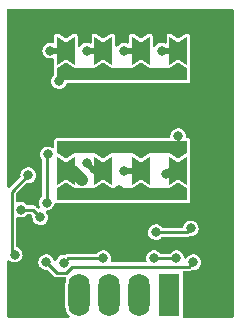
<source format=gbr>
%TF.GenerationSoftware,KiCad,Pcbnew,6.0.5-a6ca702e91~116~ubuntu20.04.1*%
%TF.CreationDate,2022-06-07T16:18:29-07:00*%
%TF.ProjectId,esp8266-dongle,65737038-3236-4362-9d64-6f6e676c652e,rev?*%
%TF.SameCoordinates,Original*%
%TF.FileFunction,Copper,L2,Bot*%
%TF.FilePolarity,Positive*%
%FSLAX46Y46*%
G04 Gerber Fmt 4.6, Leading zero omitted, Abs format (unit mm)*
G04 Created by KiCad (PCBNEW 6.0.5-a6ca702e91~116~ubuntu20.04.1) date 2022-06-07 16:18:29*
%MOMM*%
%LPD*%
G01*
G04 APERTURE LIST*
G04 Aperture macros list*
%AMFreePoly0*
4,1,6,1.000000,0.000000,0.500000,-0.750000,-0.500000,-0.750000,-0.500000,0.750000,0.500000,0.750000,1.000000,0.000000,1.000000,0.000000,$1*%
%AMFreePoly1*
4,1,7,0.700000,0.000000,1.200000,-0.750000,-1.200000,-0.750000,-0.700000,0.000000,-1.200000,0.750000,1.200000,0.750000,0.700000,0.000000,0.700000,0.000000,$1*%
G04 Aperture macros list end*
%TA.AperFunction,ComponentPad*%
%ADD10R,1.800000X3.600000*%
%TD*%
%TA.AperFunction,ComponentPad*%
%ADD11O,1.800000X3.600000*%
%TD*%
%TA.AperFunction,SMDPad,CuDef*%
%ADD12FreePoly0,90.000000*%
%TD*%
%TA.AperFunction,SMDPad,CuDef*%
%ADD13FreePoly1,90.000000*%
%TD*%
%TA.AperFunction,SMDPad,CuDef*%
%ADD14FreePoly0,270.000000*%
%TD*%
%TA.AperFunction,ViaPad*%
%ADD15C,0.800000*%
%TD*%
%TA.AperFunction,Conductor*%
%ADD16C,0.250000*%
%TD*%
%TA.AperFunction,Conductor*%
%ADD17C,1.000000*%
%TD*%
%TA.AperFunction,Conductor*%
%ADD18C,0.500000*%
%TD*%
G04 APERTURE END LIST*
D10*
%TO.P,J1,1,Pin_1*%
%TO.N,/PIN1*%
X120005000Y-101970000D03*
D11*
%TO.P,J1,2,Pin_2*%
%TO.N,/PIN2*%
X117465000Y-101970000D03*
%TO.P,J1,3,Pin_3*%
%TO.N,/PIN3*%
X114925000Y-101970000D03*
%TO.P,J1,4,Pin_4*%
%TO.N,/PIN4*%
X112385000Y-101970000D03*
%TD*%
D12*
%TO.P,JP4,1,A*%
%TO.N,/ROUTER_TX*%
X120800000Y-93440000D03*
D13*
%TO.P,JP4,2,C*%
%TO.N,/PIN1*%
X120800000Y-91440000D03*
D14*
%TO.P,JP4,3,B*%
%TO.N,/ROUTER_RX*%
X120800000Y-89440000D03*
%TD*%
D12*
%TO.P,JP7,1,A*%
%TO.N,/ROUTER_TX*%
X114450000Y-93440000D03*
D13*
%TO.P,JP7,2,C*%
%TO.N,/PIN3*%
X114450000Y-91440000D03*
D14*
%TO.P,JP7,3,B*%
%TO.N,/ROUTER_RX*%
X114450000Y-89440000D03*
%TD*%
D12*
%TO.P,JP8,1,A*%
%TO.N,/ROUTER_TX*%
X117625000Y-93440000D03*
D13*
%TO.P,JP8,2,C*%
%TO.N,/PIN2*%
X117625000Y-91440000D03*
D14*
%TO.P,JP8,3,B*%
%TO.N,/ROUTER_RX*%
X117625000Y-89440000D03*
%TD*%
D12*
%TO.P,JP5,1,A*%
%TO.N,+3V3*%
X114450000Y-83280000D03*
D13*
%TO.P,JP5,2,C*%
%TO.N,/PIN3*%
X114450000Y-81280000D03*
D14*
%TO.P,JP5,3,B*%
%TO.N,GND*%
X114450000Y-79280000D03*
%TD*%
D12*
%TO.P,JP3,1,A*%
%TO.N,/ROUTER_TX*%
X111275000Y-93440000D03*
D13*
%TO.P,JP3,2,C*%
%TO.N,/PIN4*%
X111275000Y-91440000D03*
D14*
%TO.P,JP3,3,B*%
%TO.N,/ROUTER_RX*%
X111275000Y-89440000D03*
%TD*%
D12*
%TO.P,JP6,1,A*%
%TO.N,+3V3*%
X117625000Y-83280000D03*
D13*
%TO.P,JP6,2,C*%
%TO.N,/PIN2*%
X117625000Y-81280000D03*
D14*
%TO.P,JP6,3,B*%
%TO.N,GND*%
X117625000Y-79280000D03*
%TD*%
D12*
%TO.P,JP2,1,A*%
%TO.N,+3V3*%
X120800000Y-83280000D03*
D13*
%TO.P,JP2,2,C*%
%TO.N,/PIN1*%
X120800000Y-81280000D03*
D14*
%TO.P,JP2,3,B*%
%TO.N,GND*%
X120800000Y-79280000D03*
%TD*%
D12*
%TO.P,JP1,1,A*%
%TO.N,+3V3*%
X111275000Y-83280000D03*
D13*
%TO.P,JP1,2,C*%
%TO.N,/PIN4*%
X111275000Y-81280000D03*
D14*
%TO.P,JP1,3,B*%
%TO.N,GND*%
X111275000Y-79280000D03*
%TD*%
D15*
%TO.N,+3V3*%
X122047000Y-99187000D03*
X110680011Y-83861607D03*
X109601000Y-99187000D03*
%TO.N,GND*%
X124206000Y-94361000D03*
X123825000Y-99060000D03*
X122682000Y-94234000D03*
X108028827Y-97589031D03*
%TO.N,/PIN1*%
X119779511Y-91675489D03*
X119380000Y-81280000D03*
%TO.N,/PIN2*%
X116205000Y-81280000D03*
X116205000Y-91440000D03*
%TO.N,/PIN3*%
X113030000Y-81280000D03*
X113030000Y-90805000D03*
%TO.N,/PIN4*%
X112649000Y-92202000D03*
X109939502Y-81280000D03*
%TO.N,/ROUTER_TX*%
X115780000Y-93113891D03*
%TO.N,/ROUTER_RX*%
X118872000Y-96647000D03*
X120777000Y-88519000D03*
X121840151Y-96324878D03*
%TO.N,/GPIO15*%
X120626796Y-98843500D03*
X118721796Y-98843500D03*
%TO.N,/GPIO13*%
X114427873Y-98843500D03*
X108077000Y-91821000D03*
X106938299Y-98547701D03*
X111067980Y-99235422D03*
%TO.N,/CH_PD*%
X109630499Y-94134417D03*
X109740076Y-90056476D03*
%TO.N,/RESET*%
X107442000Y-94742000D03*
X109093000Y-95377000D03*
%TD*%
D16*
%TO.N,+3V3*%
X111760000Y-99568000D02*
X111252000Y-100076000D01*
D17*
X120800000Y-83280000D02*
X117625000Y-83280000D01*
D16*
X122047000Y-99187000D02*
X121666000Y-99568000D01*
D17*
X114450000Y-83280000D02*
X111345000Y-83280000D01*
D16*
X111252000Y-100076000D02*
X110490000Y-100076000D01*
D17*
X117625000Y-83280000D02*
X114450000Y-83280000D01*
X111345000Y-83280000D02*
X111275000Y-83210000D01*
D18*
X111275000Y-83280000D02*
X110693393Y-83861607D01*
X110693393Y-83861607D02*
X110680011Y-83861607D01*
D16*
X110490000Y-100076000D02*
X109601000Y-99187000D01*
X121666000Y-99568000D02*
X111760000Y-99568000D01*
D17*
%TO.N,GND*%
X120800000Y-79280000D02*
X117625000Y-79280000D01*
X111275000Y-79280000D02*
X114450000Y-79280000D01*
X117625000Y-79280000D02*
X114450000Y-79280000D01*
D18*
%TO.N,/PIN1*%
X120015000Y-91440000D02*
X119779511Y-91675489D01*
X120800000Y-81280000D02*
X119380000Y-81280000D01*
X120800000Y-91440000D02*
X120015000Y-91440000D01*
%TO.N,/PIN2*%
X117625000Y-91440000D02*
X116205000Y-91440000D01*
X116205000Y-81280000D02*
X117625000Y-81280000D01*
%TO.N,/PIN3*%
X114450000Y-91440000D02*
X113665000Y-91440000D01*
X113665000Y-91440000D02*
X113030000Y-90805000D01*
X113030000Y-81280000D02*
X114450000Y-81280000D01*
%TO.N,/PIN4*%
X111275000Y-81280000D02*
X109939502Y-81280000D01*
D17*
X111887000Y-91440000D02*
X111275000Y-91440000D01*
X112649000Y-92202000D02*
X111887000Y-91440000D01*
%TO.N,/ROUTER_TX*%
X114450000Y-93440000D02*
X111275000Y-93440000D01*
X120800000Y-93440000D02*
X117625000Y-93440000D01*
X117625000Y-93440000D02*
X114450000Y-93440000D01*
D16*
%TO.N,/ROUTER_RX*%
X120777000Y-88519000D02*
X120777000Y-89417000D01*
X118872000Y-96647000D02*
X121518029Y-96647000D01*
D17*
X117625000Y-89440000D02*
X114450000Y-89440000D01*
X120800000Y-89440000D02*
X117625000Y-89440000D01*
X114450000Y-89440000D02*
X111275000Y-89440000D01*
D16*
X121518029Y-96647000D02*
X121840151Y-96324878D01*
X120777000Y-89417000D02*
X120800000Y-89440000D01*
%TO.N,/GPIO15*%
X120626796Y-98843500D02*
X118721796Y-98843500D01*
%TO.N,/GPIO13*%
X108077000Y-91821000D02*
X106680000Y-93218000D01*
X111459902Y-98843500D02*
X111067980Y-99235422D01*
X106680000Y-98289402D02*
X106938299Y-98547701D01*
X106680000Y-93218000D02*
X106680000Y-98289402D01*
X114427873Y-98843500D02*
X111459902Y-98843500D01*
%TO.N,/CH_PD*%
X109630499Y-90166053D02*
X109630499Y-94134417D01*
X109740076Y-90056476D02*
X109630499Y-90166053D01*
%TO.N,/RESET*%
X107442000Y-94742000D02*
X108458000Y-94742000D01*
X108458000Y-94742000D02*
X109093000Y-95377000D01*
%TD*%
%TA.AperFunction,Conductor*%
%TO.N,GND*%
G36*
X125417621Y-77744002D02*
G01*
X125464114Y-77797658D01*
X125475500Y-77850000D01*
X125475500Y-103759500D01*
X125455498Y-103827621D01*
X125401842Y-103874114D01*
X125349500Y-103885500D01*
X121285500Y-103885500D01*
X121217379Y-103865498D01*
X121170886Y-103811842D01*
X121159500Y-103759500D01*
X121159499Y-100151123D01*
X121159499Y-100144934D01*
X121153771Y-100116133D01*
X121150180Y-100098079D01*
X121156509Y-100027365D01*
X121200065Y-99971299D01*
X121273759Y-99947500D01*
X121612080Y-99947500D01*
X121636028Y-99950049D01*
X121637693Y-99950128D01*
X121647876Y-99952320D01*
X121658217Y-99951096D01*
X121666962Y-99950061D01*
X121681223Y-99948373D01*
X121687154Y-99948023D01*
X121687146Y-99947928D01*
X121692324Y-99947500D01*
X121697524Y-99947500D01*
X121702653Y-99946646D01*
X121702656Y-99946646D01*
X121716565Y-99944331D01*
X121722443Y-99943494D01*
X121763001Y-99938694D01*
X121763002Y-99938694D01*
X121773341Y-99937470D01*
X121781593Y-99933507D01*
X121790626Y-99932004D01*
X121799795Y-99927057D01*
X121799797Y-99927056D01*
X121835732Y-99907666D01*
X121841025Y-99904969D01*
X121880082Y-99886215D01*
X121880086Y-99886212D01*
X121887232Y-99882781D01*
X121891508Y-99879186D01*
X121893431Y-99877263D01*
X121895363Y-99875491D01*
X121895442Y-99875448D01*
X121895555Y-99875572D01*
X121896095Y-99875096D01*
X121901814Y-99872010D01*
X121906955Y-99866449D01*
X121971500Y-99841110D01*
X121984613Y-99840633D01*
X122108318Y-99842576D01*
X122108321Y-99842576D01*
X122115916Y-99842695D01*
X122270332Y-99807329D01*
X122340742Y-99771917D01*
X122405072Y-99739563D01*
X122405075Y-99739561D01*
X122411855Y-99736151D01*
X122417626Y-99731222D01*
X122417629Y-99731220D01*
X122526536Y-99638204D01*
X122526536Y-99638203D01*
X122532314Y-99633269D01*
X122624755Y-99504624D01*
X122683842Y-99357641D01*
X122689965Y-99314615D01*
X122705581Y-99204891D01*
X122705581Y-99204888D01*
X122706162Y-99200807D01*
X122706307Y-99187000D01*
X122687276Y-99029733D01*
X122631280Y-98881546D01*
X122602579Y-98839785D01*
X122545855Y-98757251D01*
X122545854Y-98757249D01*
X122541553Y-98750992D01*
X122423275Y-98645611D01*
X122415889Y-98641700D01*
X122303619Y-98582256D01*
X122283274Y-98571484D01*
X122129633Y-98532892D01*
X122122034Y-98532852D01*
X122122033Y-98532852D01*
X122056181Y-98532507D01*
X121971221Y-98532062D01*
X121963841Y-98533834D01*
X121963839Y-98533834D01*
X121824563Y-98567271D01*
X121824560Y-98567272D01*
X121817184Y-98569043D01*
X121676414Y-98641700D01*
X121557039Y-98745838D01*
X121552672Y-98752052D01*
X121504559Y-98820509D01*
X121449024Y-98864740D01*
X121378392Y-98871926D01*
X121315088Y-98839785D01*
X121279210Y-98778520D01*
X121276388Y-98763214D01*
X121267072Y-98686233D01*
X121211076Y-98538046D01*
X121189425Y-98506543D01*
X121125651Y-98413751D01*
X121125650Y-98413749D01*
X121121349Y-98407492D01*
X121003071Y-98302111D01*
X120995685Y-98298200D01*
X120869784Y-98231539D01*
X120869785Y-98231539D01*
X120863070Y-98227984D01*
X120709429Y-98189392D01*
X120701830Y-98189352D01*
X120701829Y-98189352D01*
X120635977Y-98189007D01*
X120551017Y-98188562D01*
X120543637Y-98190334D01*
X120543635Y-98190334D01*
X120404359Y-98223771D01*
X120404356Y-98223772D01*
X120396980Y-98225543D01*
X120256210Y-98298200D01*
X120136835Y-98402338D01*
X120132468Y-98408551D01*
X120132463Y-98408557D01*
X120131132Y-98410451D01*
X120129809Y-98411505D01*
X120127385Y-98414197D01*
X120126936Y-98413793D01*
X120075598Y-98454683D01*
X120028046Y-98464000D01*
X119321478Y-98464000D01*
X119253357Y-98443998D01*
X119226910Y-98418360D01*
X119225674Y-98419449D01*
X119220651Y-98413751D01*
X119216349Y-98407492D01*
X119098071Y-98302111D01*
X119090685Y-98298200D01*
X118964784Y-98231539D01*
X118964785Y-98231539D01*
X118958070Y-98227984D01*
X118804429Y-98189392D01*
X118796830Y-98189352D01*
X118796829Y-98189352D01*
X118730977Y-98189007D01*
X118646017Y-98188562D01*
X118638637Y-98190334D01*
X118638635Y-98190334D01*
X118499359Y-98223771D01*
X118499356Y-98223772D01*
X118491980Y-98225543D01*
X118351210Y-98298200D01*
X118231835Y-98402338D01*
X118140746Y-98531944D01*
X118121130Y-98582256D01*
X118097816Y-98642055D01*
X118083202Y-98679537D01*
X118082210Y-98687070D01*
X118082210Y-98687071D01*
X118064643Y-98820509D01*
X118062525Y-98836596D01*
X118066426Y-98871926D01*
X118078193Y-98978506D01*
X118079909Y-98994053D01*
X118082519Y-99001184D01*
X118082519Y-99001186D01*
X118089111Y-99019199D01*
X118093737Y-99090045D01*
X118059327Y-99152145D01*
X117996805Y-99185784D01*
X117970785Y-99188500D01*
X115181074Y-99188500D01*
X115112953Y-99168498D01*
X115066460Y-99114842D01*
X115056356Y-99044568D01*
X115060619Y-99028715D01*
X115059915Y-99028526D01*
X115061879Y-99021195D01*
X115064715Y-99014141D01*
X115083446Y-98882524D01*
X115086454Y-98861391D01*
X115086454Y-98861388D01*
X115087035Y-98857307D01*
X115087180Y-98843500D01*
X115068149Y-98686233D01*
X115012153Y-98538046D01*
X114990502Y-98506543D01*
X114926728Y-98413751D01*
X114926727Y-98413749D01*
X114922426Y-98407492D01*
X114804148Y-98302111D01*
X114796762Y-98298200D01*
X114670861Y-98231539D01*
X114670862Y-98231539D01*
X114664147Y-98227984D01*
X114510506Y-98189392D01*
X114502907Y-98189352D01*
X114502906Y-98189352D01*
X114437054Y-98189007D01*
X114352094Y-98188562D01*
X114344714Y-98190334D01*
X114344712Y-98190334D01*
X114205436Y-98223771D01*
X114205433Y-98223772D01*
X114198057Y-98225543D01*
X114057287Y-98298200D01*
X113937912Y-98402338D01*
X113933545Y-98408551D01*
X113933540Y-98408557D01*
X113932209Y-98410451D01*
X113930886Y-98411505D01*
X113928462Y-98414197D01*
X113928013Y-98413793D01*
X113876675Y-98454683D01*
X113829123Y-98464000D01*
X111513822Y-98464000D01*
X111489875Y-98461451D01*
X111488209Y-98461372D01*
X111478026Y-98459180D01*
X111467684Y-98460404D01*
X111467681Y-98460404D01*
X111444689Y-98463126D01*
X111438748Y-98463477D01*
X111438756Y-98463572D01*
X111433576Y-98464000D01*
X111428378Y-98464000D01*
X111423256Y-98464853D01*
X111423251Y-98464853D01*
X111409329Y-98467171D01*
X111403452Y-98468008D01*
X111396951Y-98468777D01*
X111362899Y-98472807D01*
X111362897Y-98472808D01*
X111352561Y-98474031D01*
X111344312Y-98477992D01*
X111335276Y-98479496D01*
X111326107Y-98484443D01*
X111326105Y-98484444D01*
X111290142Y-98503848D01*
X111284853Y-98506543D01*
X111245817Y-98525288D01*
X111238670Y-98528720D01*
X111234394Y-98532314D01*
X111232454Y-98534254D01*
X111230543Y-98536007D01*
X111230453Y-98536056D01*
X111230341Y-98535933D01*
X111229806Y-98536405D01*
X111224088Y-98539490D01*
X111217021Y-98547135D01*
X111208788Y-98553521D01*
X111206499Y-98550569D01*
X111161996Y-98577184D01*
X111129753Y-98581205D01*
X110992201Y-98580484D01*
X110984821Y-98582256D01*
X110984819Y-98582256D01*
X110845543Y-98615693D01*
X110845540Y-98615694D01*
X110838164Y-98617465D01*
X110697394Y-98690122D01*
X110578019Y-98794260D01*
X110486930Y-98923866D01*
X110484170Y-98930946D01*
X110484168Y-98930949D01*
X110461100Y-98990116D01*
X110417720Y-99046318D01*
X110350841Y-99070145D01*
X110281697Y-99054032D01*
X110232241Y-99003094D01*
X110225841Y-98988886D01*
X110203948Y-98930949D01*
X110185280Y-98881546D01*
X110156579Y-98839785D01*
X110099855Y-98757251D01*
X110099854Y-98757249D01*
X110095553Y-98750992D01*
X109977275Y-98645611D01*
X109969889Y-98641700D01*
X109857619Y-98582256D01*
X109837274Y-98571484D01*
X109683633Y-98532892D01*
X109676034Y-98532852D01*
X109676033Y-98532852D01*
X109610181Y-98532507D01*
X109525221Y-98532062D01*
X109517841Y-98533834D01*
X109517839Y-98533834D01*
X109378563Y-98567271D01*
X109378560Y-98567272D01*
X109371184Y-98569043D01*
X109230414Y-98641700D01*
X109111039Y-98745838D01*
X109019950Y-98875444D01*
X109014802Y-98888649D01*
X108966838Y-99011670D01*
X108962406Y-99023037D01*
X108961414Y-99030570D01*
X108961414Y-99030571D01*
X108943256Y-99168498D01*
X108941729Y-99180096D01*
X108947075Y-99228518D01*
X108954518Y-99295930D01*
X108959113Y-99337553D01*
X108961723Y-99344684D01*
X108961723Y-99344686D01*
X108976833Y-99385975D01*
X109013553Y-99486319D01*
X109101908Y-99617805D01*
X109107527Y-99622918D01*
X109107528Y-99622919D01*
X109118903Y-99633269D01*
X109219076Y-99724419D01*
X109358293Y-99800008D01*
X109511522Y-99840207D01*
X109608138Y-99841725D01*
X109669772Y-99842693D01*
X109737570Y-99863762D01*
X109756888Y-99879582D01*
X110183522Y-100306216D01*
X110198664Y-100324964D01*
X110199779Y-100326189D01*
X110205429Y-100334940D01*
X110213607Y-100341387D01*
X110213609Y-100341389D01*
X110231800Y-100355729D01*
X110236241Y-100359675D01*
X110236303Y-100359602D01*
X110240267Y-100362961D01*
X110243944Y-100366638D01*
X110259692Y-100377892D01*
X110264362Y-100381398D01*
X110304647Y-100413156D01*
X110313281Y-100416188D01*
X110320734Y-100421514D01*
X110369850Y-100436203D01*
X110375492Y-100438036D01*
X110416367Y-100452390D01*
X110423851Y-100455018D01*
X110429416Y-100455500D01*
X110432124Y-100455500D01*
X110434758Y-100455614D01*
X110434856Y-100455643D01*
X110434849Y-100455807D01*
X110435553Y-100455851D01*
X110441778Y-100457713D01*
X110495635Y-100455597D01*
X110500582Y-100455500D01*
X111196559Y-100455500D01*
X111264680Y-100475502D01*
X111311173Y-100529158D01*
X111321277Y-100599432D01*
X111314007Y-100625929D01*
X111313812Y-100626299D01*
X111250891Y-100828938D01*
X111250212Y-100834674D01*
X111250212Y-100834675D01*
X111232298Y-100986028D01*
X111230500Y-101001216D01*
X111230500Y-102923827D01*
X111233270Y-102953972D01*
X111241063Y-103038778D01*
X111244969Y-103081292D01*
X111246536Y-103086849D01*
X111246537Y-103086853D01*
X111250279Y-103100121D01*
X111302564Y-103285508D01*
X111396410Y-103475809D01*
X111523364Y-103645821D01*
X111527602Y-103649739D01*
X111527606Y-103649743D01*
X111546248Y-103666976D01*
X111582693Y-103727904D01*
X111580412Y-103798864D01*
X111540129Y-103857326D01*
X111474634Y-103884729D01*
X111460719Y-103885500D01*
X106425500Y-103885500D01*
X106357379Y-103865498D01*
X106310886Y-103811842D01*
X106299500Y-103759500D01*
X106299500Y-99136388D01*
X106319502Y-99068267D01*
X106373158Y-99021774D01*
X106443432Y-99011670D01*
X106510299Y-99043195D01*
X106556375Y-99085120D01*
X106695592Y-99160709D01*
X106848821Y-99200908D01*
X106932776Y-99202227D01*
X106999618Y-99203277D01*
X106999621Y-99203277D01*
X107007215Y-99203396D01*
X107161631Y-99168030D01*
X107267385Y-99114842D01*
X107296371Y-99100264D01*
X107296374Y-99100262D01*
X107303154Y-99096852D01*
X107308925Y-99091923D01*
X107308928Y-99091921D01*
X107417835Y-98998905D01*
X107417835Y-98998904D01*
X107423613Y-98993970D01*
X107516054Y-98865325D01*
X107575141Y-98718342D01*
X107589002Y-98620946D01*
X107596880Y-98565592D01*
X107596880Y-98565589D01*
X107597461Y-98561508D01*
X107597606Y-98547701D01*
X107595841Y-98533111D01*
X107588994Y-98476537D01*
X107578575Y-98390434D01*
X107522579Y-98242247D01*
X107486253Y-98189392D01*
X107437154Y-98117952D01*
X107437153Y-98117950D01*
X107432852Y-98111693D01*
X107314574Y-98006312D01*
X107174573Y-97932185D01*
X107167207Y-97930335D01*
X107167205Y-97930334D01*
X107154807Y-97927220D01*
X107093610Y-97891227D01*
X107061588Y-97827862D01*
X107059500Y-97805016D01*
X107059500Y-96640096D01*
X118212729Y-96640096D01*
X118221421Y-96718825D01*
X118227198Y-96771147D01*
X118230113Y-96797553D01*
X118232723Y-96804684D01*
X118232723Y-96804686D01*
X118259348Y-96877441D01*
X118284553Y-96946319D01*
X118288789Y-96952622D01*
X118288789Y-96952623D01*
X118337859Y-97025646D01*
X118372908Y-97077805D01*
X118378527Y-97082918D01*
X118378528Y-97082919D01*
X118389903Y-97093269D01*
X118490076Y-97184419D01*
X118629293Y-97260008D01*
X118782522Y-97300207D01*
X118866477Y-97301526D01*
X118933319Y-97302576D01*
X118933322Y-97302576D01*
X118940916Y-97302695D01*
X119095332Y-97267329D01*
X119165742Y-97231917D01*
X119230072Y-97199563D01*
X119230075Y-97199561D01*
X119236855Y-97196151D01*
X119242626Y-97191222D01*
X119242629Y-97191220D01*
X119351542Y-97098199D01*
X119351543Y-97098198D01*
X119357314Y-97093269D01*
X119367586Y-97078974D01*
X119423581Y-97035326D01*
X119469909Y-97026500D01*
X121464109Y-97026500D01*
X121488057Y-97029049D01*
X121489722Y-97029128D01*
X121499905Y-97031320D01*
X121510246Y-97030096D01*
X121533252Y-97027373D01*
X121539183Y-97027023D01*
X121539175Y-97026928D01*
X121544353Y-97026500D01*
X121549553Y-97026500D01*
X121554682Y-97025646D01*
X121554685Y-97025646D01*
X121568594Y-97023331D01*
X121574472Y-97022494D01*
X121615030Y-97017694D01*
X121615031Y-97017694D01*
X121625370Y-97016470D01*
X121633622Y-97012507D01*
X121642655Y-97011004D01*
X121678353Y-96991742D01*
X121747099Y-96977147D01*
X121750673Y-96978085D01*
X121829870Y-96979329D01*
X121901470Y-96980454D01*
X121901473Y-96980454D01*
X121909067Y-96980573D01*
X122063483Y-96945207D01*
X122133893Y-96909795D01*
X122198223Y-96877441D01*
X122198226Y-96877439D01*
X122205006Y-96874029D01*
X122210777Y-96869100D01*
X122210780Y-96869098D01*
X122319687Y-96776082D01*
X122319687Y-96776081D01*
X122325465Y-96771147D01*
X122417906Y-96642502D01*
X122476993Y-96495519D01*
X122499313Y-96338685D01*
X122499382Y-96332143D01*
X122499415Y-96329012D01*
X122499415Y-96329006D01*
X122499458Y-96324878D01*
X122480427Y-96167611D01*
X122424431Y-96019424D01*
X122401724Y-95986385D01*
X122339006Y-95895129D01*
X122339005Y-95895127D01*
X122334704Y-95888870D01*
X122216426Y-95783489D01*
X122209040Y-95779578D01*
X122083139Y-95712917D01*
X122083140Y-95712917D01*
X122076425Y-95709362D01*
X121922784Y-95670770D01*
X121915185Y-95670730D01*
X121915184Y-95670730D01*
X121849332Y-95670385D01*
X121764372Y-95669940D01*
X121756992Y-95671712D01*
X121756990Y-95671712D01*
X121617714Y-95705149D01*
X121617711Y-95705150D01*
X121610335Y-95706921D01*
X121469565Y-95779578D01*
X121350190Y-95883716D01*
X121259101Y-96013322D01*
X121201557Y-96160915D01*
X121200566Y-96168444D01*
X121199438Y-96172836D01*
X121163123Y-96233842D01*
X121099591Y-96265530D01*
X121077397Y-96267500D01*
X119471682Y-96267500D01*
X119403561Y-96247498D01*
X119377114Y-96221860D01*
X119375878Y-96222949D01*
X119370855Y-96217251D01*
X119366553Y-96210992D01*
X119248275Y-96105611D01*
X119240889Y-96101700D01*
X119114988Y-96035039D01*
X119114989Y-96035039D01*
X119108274Y-96031484D01*
X118954633Y-95992892D01*
X118947034Y-95992852D01*
X118947033Y-95992852D01*
X118881181Y-95992507D01*
X118796221Y-95992062D01*
X118788841Y-95993834D01*
X118788839Y-95993834D01*
X118649563Y-96027271D01*
X118649560Y-96027272D01*
X118642184Y-96029043D01*
X118501414Y-96101700D01*
X118382039Y-96205838D01*
X118290950Y-96335444D01*
X118233406Y-96483037D01*
X118212729Y-96640096D01*
X107059500Y-96640096D01*
X107059500Y-95481654D01*
X107079502Y-95413533D01*
X107133158Y-95367040D01*
X107203432Y-95356936D01*
X107217473Y-95359778D01*
X107345171Y-95393279D01*
X107345175Y-95393280D01*
X107352522Y-95395207D01*
X107436477Y-95396526D01*
X107503319Y-95397576D01*
X107503322Y-95397576D01*
X107510916Y-95397695D01*
X107665332Y-95362329D01*
X107735742Y-95326917D01*
X107800072Y-95294563D01*
X107800075Y-95294561D01*
X107806855Y-95291151D01*
X107812626Y-95286222D01*
X107812629Y-95286220D01*
X107921542Y-95193199D01*
X107921543Y-95193198D01*
X107927314Y-95188269D01*
X107937586Y-95173974D01*
X107993581Y-95130326D01*
X108039909Y-95121500D01*
X108248616Y-95121500D01*
X108316737Y-95141502D01*
X108337711Y-95158405D01*
X108403249Y-95223943D01*
X108437275Y-95286255D01*
X108439076Y-95329485D01*
X108434752Y-95362329D01*
X108433729Y-95370096D01*
X108436515Y-95395326D01*
X108446046Y-95481654D01*
X108451113Y-95527553D01*
X108505553Y-95676319D01*
X108593908Y-95807805D01*
X108599527Y-95812918D01*
X108599528Y-95812919D01*
X108677447Y-95883819D01*
X108711076Y-95914419D01*
X108850293Y-95990008D01*
X109003522Y-96030207D01*
X109087477Y-96031526D01*
X109154319Y-96032576D01*
X109154322Y-96032576D01*
X109161916Y-96032695D01*
X109316332Y-95997329D01*
X109386742Y-95961917D01*
X109451072Y-95929563D01*
X109451075Y-95929561D01*
X109457855Y-95926151D01*
X109463626Y-95921222D01*
X109463629Y-95921220D01*
X109572536Y-95828204D01*
X109572536Y-95828203D01*
X109578314Y-95823269D01*
X109670755Y-95694624D01*
X109729842Y-95547641D01*
X109752162Y-95390807D01*
X109752307Y-95377000D01*
X109750561Y-95362567D01*
X109741326Y-95286255D01*
X109733276Y-95219733D01*
X109677280Y-95071546D01*
X109617747Y-94984924D01*
X109595647Y-94917456D01*
X109613532Y-94848749D01*
X109665724Y-94800618D01*
X109699575Y-94790811D01*
X109699415Y-94790112D01*
X109853831Y-94754746D01*
X109924241Y-94719334D01*
X109988571Y-94686980D01*
X109988574Y-94686978D01*
X109995354Y-94683568D01*
X110001125Y-94678639D01*
X110001128Y-94678637D01*
X110110035Y-94585621D01*
X110110035Y-94585620D01*
X110115813Y-94580686D01*
X110208254Y-94452041D01*
X110267341Y-94305058D01*
X110270464Y-94283114D01*
X110299863Y-94218490D01*
X110359534Y-94180020D01*
X110425661Y-94179925D01*
X110425699Y-94179734D01*
X110426652Y-94179924D01*
X110426654Y-94179924D01*
X110525000Y-94199486D01*
X112025000Y-94199486D01*
X112037897Y-94196921D01*
X112062476Y-94194500D01*
X113662524Y-94194500D01*
X113687103Y-94196921D01*
X113700000Y-94199486D01*
X115200000Y-94199486D01*
X115212897Y-94196921D01*
X115237476Y-94194500D01*
X116837524Y-94194500D01*
X116862103Y-94196921D01*
X116875000Y-94199486D01*
X118375000Y-94199486D01*
X118387897Y-94196921D01*
X118412476Y-94194500D01*
X120012524Y-94194500D01*
X120037103Y-94196921D01*
X120050000Y-94199486D01*
X121550000Y-94199486D01*
X121649301Y-94179734D01*
X121733484Y-94123484D01*
X121789734Y-94039301D01*
X121809486Y-93940000D01*
X121809486Y-92940000D01*
X121804447Y-92889111D01*
X121784747Y-92841691D01*
X121777085Y-92771110D01*
X121783808Y-92748170D01*
X121789734Y-92739301D01*
X121799470Y-92690357D01*
X121808279Y-92646068D01*
X121809486Y-92640000D01*
X121809486Y-90240000D01*
X121804553Y-90189643D01*
X121784648Y-90141446D01*
X121777132Y-90070850D01*
X121783801Y-90048180D01*
X121789734Y-90039301D01*
X121809486Y-89940000D01*
X121809486Y-88940000D01*
X121789734Y-88840699D01*
X121733484Y-88756516D01*
X121649301Y-88700266D01*
X121550000Y-88680514D01*
X121546865Y-88680514D01*
X121482020Y-88654332D01*
X121441008Y-88596379D01*
X121435768Y-88541040D01*
X121435268Y-88541002D01*
X121435489Y-88538098D01*
X121435457Y-88537760D01*
X121435581Y-88536890D01*
X121435581Y-88536889D01*
X121436162Y-88532807D01*
X121436307Y-88519000D01*
X121417276Y-88361733D01*
X121361280Y-88213546D01*
X121271553Y-88082992D01*
X121153275Y-87977611D01*
X121145889Y-87973700D01*
X121019988Y-87907039D01*
X121019989Y-87907039D01*
X121013274Y-87903484D01*
X120859633Y-87864892D01*
X120852034Y-87864852D01*
X120852033Y-87864852D01*
X120786181Y-87864507D01*
X120701221Y-87864062D01*
X120693841Y-87865834D01*
X120693839Y-87865834D01*
X120554563Y-87899271D01*
X120554560Y-87899272D01*
X120547184Y-87901043D01*
X120406414Y-87973700D01*
X120287039Y-88077838D01*
X120195950Y-88207444D01*
X120138406Y-88355037D01*
X120117729Y-88512096D01*
X120120600Y-88538098D01*
X120121436Y-88545673D01*
X120109030Y-88615578D01*
X120060800Y-88667678D01*
X119996197Y-88685500D01*
X118412476Y-88685500D01*
X118387897Y-88683079D01*
X118375000Y-88680514D01*
X116875000Y-88680514D01*
X116862103Y-88683079D01*
X116837524Y-88685500D01*
X115237476Y-88685500D01*
X115212897Y-88683079D01*
X115200000Y-88680514D01*
X113700000Y-88680514D01*
X113687103Y-88683079D01*
X113662524Y-88685500D01*
X112062476Y-88685500D01*
X112037897Y-88683079D01*
X112025000Y-88680514D01*
X110525000Y-88680514D01*
X110425699Y-88700266D01*
X110341516Y-88756516D01*
X110285266Y-88840699D01*
X110265514Y-88940000D01*
X110265514Y-89384780D01*
X110245512Y-89452901D01*
X110191856Y-89499394D01*
X110121582Y-89509498D01*
X110080555Y-89496134D01*
X109976350Y-89440960D01*
X109822709Y-89402368D01*
X109815110Y-89402328D01*
X109815109Y-89402328D01*
X109749257Y-89401983D01*
X109664297Y-89401538D01*
X109656917Y-89403310D01*
X109656915Y-89403310D01*
X109517639Y-89436747D01*
X109517636Y-89436748D01*
X109510260Y-89438519D01*
X109369490Y-89511176D01*
X109250115Y-89615314D01*
X109159026Y-89744920D01*
X109101482Y-89892513D01*
X109100490Y-89900046D01*
X109100490Y-89900047D01*
X109083760Y-90027129D01*
X109080805Y-90049572D01*
X109085004Y-90087601D01*
X109096806Y-90194500D01*
X109098189Y-90207029D01*
X109100799Y-90214160D01*
X109100799Y-90214162D01*
X109120559Y-90268158D01*
X109152629Y-90355795D01*
X109156865Y-90362098D01*
X109156865Y-90362099D01*
X109229581Y-90470312D01*
X109250999Y-90540588D01*
X109250999Y-93539604D01*
X109230997Y-93607725D01*
X109207829Y-93634552D01*
X109140538Y-93693255D01*
X109049449Y-93822861D01*
X109046689Y-93829941D01*
X109001413Y-93946068D01*
X108991905Y-93970454D01*
X108990913Y-93977987D01*
X108990913Y-93977988D01*
X108973117Y-94113168D01*
X108971228Y-94127513D01*
X108988612Y-94284970D01*
X108991222Y-94292101D01*
X108991222Y-94292103D01*
X109032255Y-94404231D01*
X109043052Y-94433736D01*
X109047285Y-94440036D01*
X109047290Y-94440045D01*
X109050373Y-94444632D01*
X109071765Y-94512329D01*
X109053160Y-94580845D01*
X109000467Y-94628426D01*
X108930415Y-94639965D01*
X108865244Y-94611800D01*
X108856696Y-94604002D01*
X108764478Y-94511784D01*
X108749336Y-94493036D01*
X108748221Y-94491811D01*
X108742571Y-94483060D01*
X108734393Y-94476613D01*
X108734391Y-94476611D01*
X108716200Y-94462271D01*
X108711759Y-94458325D01*
X108711697Y-94458398D01*
X108707733Y-94455039D01*
X108704056Y-94451362D01*
X108688308Y-94440108D01*
X108683638Y-94436602D01*
X108643353Y-94404844D01*
X108634719Y-94401812D01*
X108627266Y-94396486D01*
X108578150Y-94381797D01*
X108572508Y-94379964D01*
X108531633Y-94365610D01*
X108531632Y-94365610D01*
X108524149Y-94362982D01*
X108518584Y-94362500D01*
X108515876Y-94362500D01*
X108513242Y-94362386D01*
X108513144Y-94362357D01*
X108513151Y-94362193D01*
X108512447Y-94362149D01*
X108506222Y-94360287D01*
X108452365Y-94362403D01*
X108447418Y-94362500D01*
X108041682Y-94362500D01*
X107973561Y-94342498D01*
X107947114Y-94316860D01*
X107945878Y-94317949D01*
X107940855Y-94312251D01*
X107936553Y-94305992D01*
X107818275Y-94200611D01*
X107810889Y-94196700D01*
X107765823Y-94172839D01*
X107678274Y-94126484D01*
X107524633Y-94087892D01*
X107517034Y-94087852D01*
X107517033Y-94087852D01*
X107451181Y-94087507D01*
X107366221Y-94087062D01*
X107358841Y-94088834D01*
X107358839Y-94088834D01*
X107303276Y-94102174D01*
X107214913Y-94123388D01*
X107144006Y-94119841D01*
X107086272Y-94078521D01*
X107060042Y-94012548D01*
X107059500Y-94000869D01*
X107059500Y-93427384D01*
X107079502Y-93359263D01*
X107096405Y-93338289D01*
X107923178Y-92511516D01*
X107985490Y-92477490D01*
X108014252Y-92474627D01*
X108138318Y-92476576D01*
X108138321Y-92476576D01*
X108145916Y-92476695D01*
X108300332Y-92441329D01*
X108377639Y-92402448D01*
X108435072Y-92373563D01*
X108435075Y-92373561D01*
X108441855Y-92370151D01*
X108447626Y-92365222D01*
X108447629Y-92365220D01*
X108556536Y-92272204D01*
X108556536Y-92272203D01*
X108562314Y-92267269D01*
X108654755Y-92138624D01*
X108713842Y-91991641D01*
X108731723Y-91866001D01*
X108735581Y-91838891D01*
X108735581Y-91838888D01*
X108736162Y-91834807D01*
X108736307Y-91821000D01*
X108717276Y-91663733D01*
X108661280Y-91515546D01*
X108571553Y-91384992D01*
X108453275Y-91279611D01*
X108445889Y-91275700D01*
X108367749Y-91234327D01*
X108313274Y-91205484D01*
X108159633Y-91166892D01*
X108152034Y-91166852D01*
X108152033Y-91166852D01*
X108086181Y-91166507D01*
X108001221Y-91166062D01*
X107993841Y-91167834D01*
X107993839Y-91167834D01*
X107854563Y-91201271D01*
X107854560Y-91201272D01*
X107847184Y-91203043D01*
X107706414Y-91275700D01*
X107587039Y-91379838D01*
X107495950Y-91509444D01*
X107438406Y-91657037D01*
X107437414Y-91664570D01*
X107437414Y-91664571D01*
X107419204Y-91802895D01*
X107417729Y-91814096D01*
X107420544Y-91839591D01*
X107423963Y-91870566D01*
X107411557Y-91940470D01*
X107387819Y-91973487D01*
X106514595Y-92846711D01*
X106452283Y-92880737D01*
X106381468Y-92875672D01*
X106324632Y-92833125D01*
X106299821Y-92766605D01*
X106299500Y-92757616D01*
X106299500Y-81273096D01*
X109280231Y-81273096D01*
X109297615Y-81430553D01*
X109352055Y-81579319D01*
X109356291Y-81585622D01*
X109356291Y-81585623D01*
X109424570Y-81687232D01*
X109440410Y-81710805D01*
X109557578Y-81817419D01*
X109696795Y-81893008D01*
X109850024Y-81933207D01*
X109933979Y-81934526D01*
X110000821Y-81935576D01*
X110000824Y-81935576D01*
X110008418Y-81935695D01*
X110015822Y-81933999D01*
X110015824Y-81933999D01*
X110111385Y-81912113D01*
X110182252Y-81916402D01*
X110239550Y-81958325D01*
X110265087Y-82024569D01*
X110265514Y-82034933D01*
X110265514Y-82480000D01*
X110270447Y-82530357D01*
X110290352Y-82578554D01*
X110297868Y-82649150D01*
X110291199Y-82671820D01*
X110285266Y-82680699D01*
X110265514Y-82780000D01*
X110265514Y-83297324D01*
X110245512Y-83365445D01*
X110222344Y-83392273D01*
X110190050Y-83420445D01*
X110098961Y-83550051D01*
X110041417Y-83697644D01*
X110040425Y-83705177D01*
X110040425Y-83705178D01*
X110030575Y-83780000D01*
X110020740Y-83854703D01*
X110038124Y-84012160D01*
X110040734Y-84019291D01*
X110040734Y-84019293D01*
X110048124Y-84039486D01*
X110092564Y-84160926D01*
X110180919Y-84292412D01*
X110186538Y-84297525D01*
X110186539Y-84297526D01*
X110197914Y-84307876D01*
X110298087Y-84399026D01*
X110437304Y-84474615D01*
X110590533Y-84514814D01*
X110674488Y-84516133D01*
X110741330Y-84517183D01*
X110741333Y-84517183D01*
X110748927Y-84517302D01*
X110903343Y-84481936D01*
X110973753Y-84446524D01*
X111038083Y-84414170D01*
X111038086Y-84414168D01*
X111044866Y-84410758D01*
X111050637Y-84405829D01*
X111050640Y-84405827D01*
X111159547Y-84312811D01*
X111159547Y-84312810D01*
X111165325Y-84307876D01*
X111257766Y-84179231D01*
X111282184Y-84118489D01*
X111326151Y-84062745D01*
X111399091Y-84039486D01*
X112025000Y-84039486D01*
X112037897Y-84036921D01*
X112062476Y-84034500D01*
X113662524Y-84034500D01*
X113687103Y-84036921D01*
X113700000Y-84039486D01*
X115200000Y-84039486D01*
X115212897Y-84036921D01*
X115237476Y-84034500D01*
X116837524Y-84034500D01*
X116862103Y-84036921D01*
X116875000Y-84039486D01*
X118375000Y-84039486D01*
X118387897Y-84036921D01*
X118412476Y-84034500D01*
X120012524Y-84034500D01*
X120037103Y-84036921D01*
X120050000Y-84039486D01*
X121550000Y-84039486D01*
X121649301Y-84019734D01*
X121733484Y-83963484D01*
X121789734Y-83879301D01*
X121809486Y-83780000D01*
X121809486Y-82780000D01*
X121804447Y-82729111D01*
X121784747Y-82681691D01*
X121777085Y-82611110D01*
X121783808Y-82588170D01*
X121789734Y-82579301D01*
X121799470Y-82530357D01*
X121808279Y-82486068D01*
X121809486Y-82480000D01*
X121809486Y-80080000D01*
X121804553Y-80029643D01*
X121765905Y-79936063D01*
X121694388Y-79864396D01*
X121600889Y-79825553D01*
X121588479Y-79825540D01*
X121543858Y-79825493D01*
X121499643Y-79825447D01*
X121406063Y-79864095D01*
X121400912Y-79867529D01*
X121400910Y-79867530D01*
X120869892Y-80221542D01*
X120802117Y-80242686D01*
X120730108Y-80221542D01*
X120196502Y-79865805D01*
X120193937Y-79864095D01*
X120162217Y-79847161D01*
X120157484Y-79844634D01*
X120157481Y-79844633D01*
X120149301Y-79840266D01*
X120140203Y-79838456D01*
X120140202Y-79838456D01*
X120075333Y-79825553D01*
X120050000Y-79820514D01*
X119950699Y-79840266D01*
X119866516Y-79896516D01*
X119810266Y-79980699D01*
X119790514Y-80080000D01*
X119790514Y-80549015D01*
X119770512Y-80617136D01*
X119716856Y-80663629D01*
X119646582Y-80673733D01*
X119621321Y-80667156D01*
X119616274Y-80664484D01*
X119559324Y-80650179D01*
X119470002Y-80627743D01*
X119462633Y-80625892D01*
X119455034Y-80625852D01*
X119455033Y-80625852D01*
X119389181Y-80625507D01*
X119304221Y-80625062D01*
X119296841Y-80626834D01*
X119296839Y-80626834D01*
X119157563Y-80660271D01*
X119157560Y-80660272D01*
X119150184Y-80662043D01*
X119009414Y-80734700D01*
X118890039Y-80838838D01*
X118885672Y-80845052D01*
X118863573Y-80876495D01*
X118808038Y-80920727D01*
X118737406Y-80927912D01*
X118674102Y-80895770D01*
X118638224Y-80834506D01*
X118634486Y-80804044D01*
X118634486Y-80080000D01*
X118629553Y-80029643D01*
X118590905Y-79936063D01*
X118519388Y-79864396D01*
X118425889Y-79825553D01*
X118413479Y-79825540D01*
X118368858Y-79825493D01*
X118324643Y-79825447D01*
X118231063Y-79864095D01*
X118225912Y-79867529D01*
X118225910Y-79867530D01*
X117694892Y-80221542D01*
X117627117Y-80242686D01*
X117555108Y-80221542D01*
X117021502Y-79865805D01*
X117018937Y-79864095D01*
X116987217Y-79847161D01*
X116982484Y-79844634D01*
X116982481Y-79844633D01*
X116974301Y-79840266D01*
X116965203Y-79838456D01*
X116965202Y-79838456D01*
X116900333Y-79825553D01*
X116875000Y-79820514D01*
X116775699Y-79840266D01*
X116691516Y-79896516D01*
X116635266Y-79980699D01*
X116615514Y-80080000D01*
X116615514Y-80549015D01*
X116595512Y-80617136D01*
X116541856Y-80663629D01*
X116471582Y-80673733D01*
X116446321Y-80667156D01*
X116441274Y-80664484D01*
X116384324Y-80650179D01*
X116295002Y-80627743D01*
X116287633Y-80625892D01*
X116280034Y-80625852D01*
X116280033Y-80625852D01*
X116214181Y-80625507D01*
X116129221Y-80625062D01*
X116121841Y-80626834D01*
X116121839Y-80626834D01*
X115982563Y-80660271D01*
X115982560Y-80660272D01*
X115975184Y-80662043D01*
X115834414Y-80734700D01*
X115715039Y-80838838D01*
X115710672Y-80845052D01*
X115688573Y-80876495D01*
X115633038Y-80920727D01*
X115562406Y-80927912D01*
X115499102Y-80895770D01*
X115463224Y-80834506D01*
X115459486Y-80804044D01*
X115459486Y-80080000D01*
X115454553Y-80029643D01*
X115415905Y-79936063D01*
X115344388Y-79864396D01*
X115250889Y-79825553D01*
X115238479Y-79825540D01*
X115193858Y-79825493D01*
X115149643Y-79825447D01*
X115056063Y-79864095D01*
X115050912Y-79867529D01*
X115050910Y-79867530D01*
X114519892Y-80221542D01*
X114452117Y-80242686D01*
X114380108Y-80221542D01*
X113846502Y-79865805D01*
X113843937Y-79864095D01*
X113812217Y-79847161D01*
X113807484Y-79844634D01*
X113807481Y-79844633D01*
X113799301Y-79840266D01*
X113790203Y-79838456D01*
X113790202Y-79838456D01*
X113725333Y-79825553D01*
X113700000Y-79820514D01*
X113600699Y-79840266D01*
X113516516Y-79896516D01*
X113460266Y-79980699D01*
X113440514Y-80080000D01*
X113440514Y-80549015D01*
X113420512Y-80617136D01*
X113366856Y-80663629D01*
X113296582Y-80673733D01*
X113271321Y-80667156D01*
X113266274Y-80664484D01*
X113209324Y-80650179D01*
X113120002Y-80627743D01*
X113112633Y-80625892D01*
X113105034Y-80625852D01*
X113105033Y-80625852D01*
X113039181Y-80625507D01*
X112954221Y-80625062D01*
X112946841Y-80626834D01*
X112946839Y-80626834D01*
X112807563Y-80660271D01*
X112807560Y-80660272D01*
X112800184Y-80662043D01*
X112659414Y-80734700D01*
X112540039Y-80838838D01*
X112535672Y-80845052D01*
X112513573Y-80876495D01*
X112458038Y-80920727D01*
X112387406Y-80927912D01*
X112324102Y-80895770D01*
X112288224Y-80834506D01*
X112284486Y-80804044D01*
X112284486Y-80080000D01*
X112279553Y-80029643D01*
X112240905Y-79936063D01*
X112169388Y-79864396D01*
X112075889Y-79825553D01*
X112063479Y-79825540D01*
X112018858Y-79825493D01*
X111974643Y-79825447D01*
X111881063Y-79864095D01*
X111875912Y-79867529D01*
X111875910Y-79867530D01*
X111344892Y-80221542D01*
X111277117Y-80242686D01*
X111205108Y-80221542D01*
X110671502Y-79865805D01*
X110668937Y-79864095D01*
X110637217Y-79847161D01*
X110632484Y-79844634D01*
X110632481Y-79844633D01*
X110624301Y-79840266D01*
X110615203Y-79838456D01*
X110615202Y-79838456D01*
X110550333Y-79825553D01*
X110525000Y-79820514D01*
X110425699Y-79840266D01*
X110341516Y-79896516D01*
X110285266Y-79980699D01*
X110265514Y-80080000D01*
X110265514Y-80525461D01*
X110245512Y-80593582D01*
X110191856Y-80640075D01*
X110121582Y-80650179D01*
X110108819Y-80647665D01*
X110029506Y-80627743D01*
X110029502Y-80627743D01*
X110022135Y-80625892D01*
X110014536Y-80625852D01*
X110014535Y-80625852D01*
X109948683Y-80625507D01*
X109863723Y-80625062D01*
X109856343Y-80626834D01*
X109856341Y-80626834D01*
X109717065Y-80660271D01*
X109717062Y-80660272D01*
X109709686Y-80662043D01*
X109568916Y-80734700D01*
X109449541Y-80838838D01*
X109358452Y-80968444D01*
X109300908Y-81116037D01*
X109280231Y-81273096D01*
X106299500Y-81273096D01*
X106299500Y-77850000D01*
X106319502Y-77781879D01*
X106373158Y-77735386D01*
X106425500Y-77724000D01*
X125349500Y-77724000D01*
X125417621Y-77744002D01*
G37*
%TD.AperFunction*%
%TD*%
M02*

</source>
